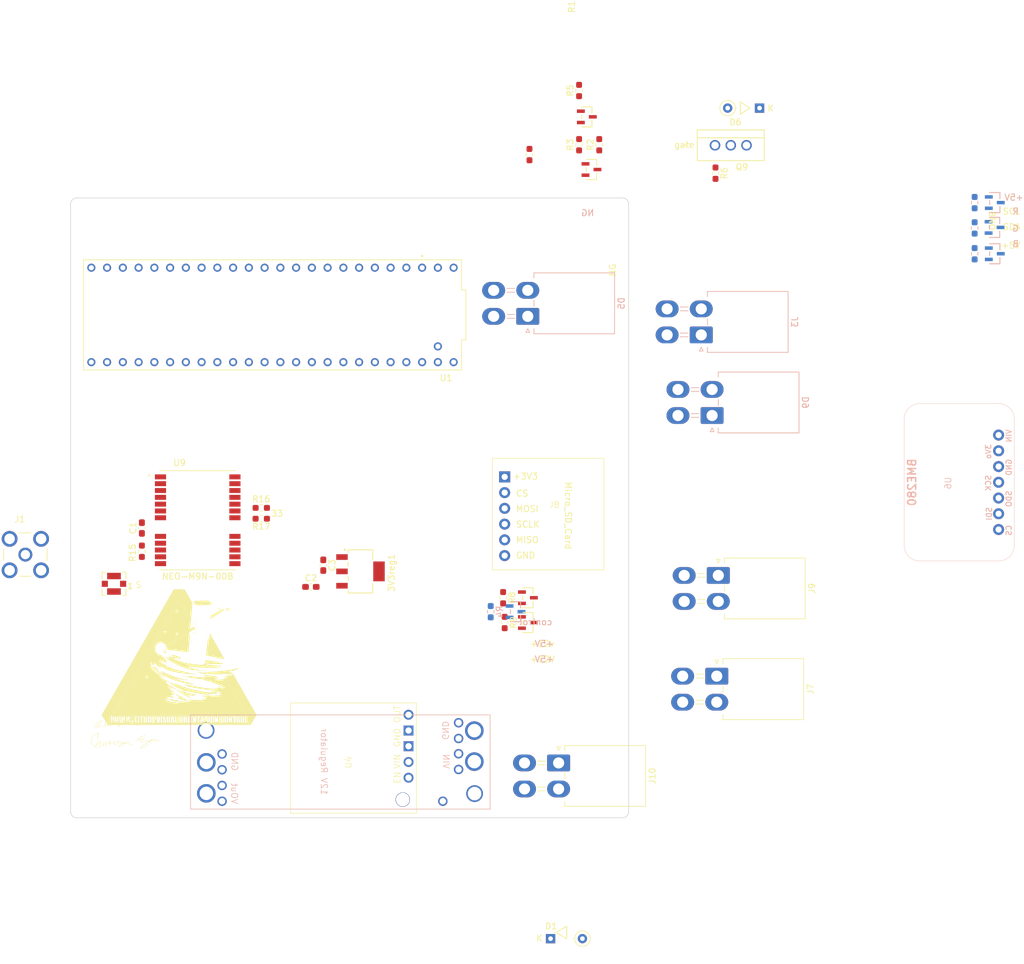
<source format=kicad_pcb>
(kicad_pcb (version 20241229) (generator "pcbnew") (generator_version "9.0")
  (layers (0 "F.Cu" signal) (2 "B.Cu" signal) (13 "F.Paste" user) (15 "B.Paste" user) (5 "F.SilkS" user "F.Silkscreen") (7 "B.SilkS" user "B.Silkscreen") (1 "F.Mask" user) (3 "B.Mask" user) (25 "Edge.Cuts" user))
  (net 0 "")
  (net 1 "GND")
  (net 2 "/VIN")
  (net 3 "/T7")
  (net 4 "/T8")
  (net 5 "/CS")
  (net 6 "/MOSI")
  (net 7 "/MISO")
  (net 8 "/T28")
  (net 9 "/T29")
  (net 10 "/T30")
  (net 11 "/T31")
  (net 12 "/SCL")
  (net 13 "/SDA")
  (net 14 "/T35")
  (net 15 "/T34")
  (net 16 "/T33")
  (net 17 "Net-(J7-Pin_3)")
  (net 18 "Net-(J3-Pin_4)")
  (net 19 "+12V")
  (net 20 "/PWM1")
  (net 21 "/PWM2")
  (net 22 "/red")
  (net 23 "+BATT")
  (net 28 "/SCLK")
  (net 29 "Net-(Q2-D)")
  (net 30 "Net-(AE1-A)")
  (net 31 "Net-(U9-VCC_RF)")
  (net 32 "+3V3")
  (net 33 "Net-(U9-SCL{slash}SPI_CLK)")
  (net 34 "Net-(U9-SDA{slash}SPI_CS_N)")
  (net 50 "+5V")
  (net 51 "Net-(D9-RK)")
  (net 52 "Net-(D9-GK)")
  (net 53 "Net-(D9-BK)")
  (net 54 "Net-(D5-K1)")
  (net 55 "Net-(D1-A)")
  (net 56 "Net-(J10-Pin_2)")
  (net 57 "Net-(J3-Pin_3)")
  (net 58 "/SDN")
  (net 59 "/NG power")
  (net 60 "/green")
  (net 61 "/blue")
  (net 62 "/side_LED")
  (net 63 "/VUSB")
  (footprint "SHC:HAVOC diode" (layer "F.Cu") (at 142.5 32.5 180)
    (property "Reference" "D6" (at 1.27 -2.25566 0) (layer "F.SilkS"))
    (property "Value" "D")
    (fp_text user "K" (at -4.4 -0.05 0) (layer "F.SilkS"))
    (pad "1" thru_hole rect (at -2.6 0 180) (size 1.5 1.5) (drill 0.75) (layers "*.Cu" "*.Mask") (net 2 "/VIN"))
    (pad "2" thru_hole oval (at 2.54 0 180) (size 1.5 1.5) (drill 0.75) (layers "*.Cu" "*.Mask") (net 63 "/VUSB"))
  )
  (footprint "SHC:SOT23_DMG3406_DIO" (layer "F.Cu") (at 107.75 111.5 -90)
    (property "Reference" "Q2" (hide yes))
    (property "Value" "NMOS" (hide yes))
    (pad "1" smd rect (at 0 -0.9652 270) (size 0.5588 1.27) (layers "F.Cu" "F.Mask" "F.Paste") (net 29 "Net-(Q2-D)"))
    (pad "2" smd rect (at -0.914999 0.9652 270) (size 0.5588 1.27) (layers "F.Cu" "F.Mask" "F.Paste") (net 21 "/PWM2"))
    (pad "3" smd rect (at 0.914999 0.9652 270) (size 0.5588 1.27) (layers "F.Cu" "F.Mask" "F.Paste") (net 1 "GND"))
  )
  (footprint "SHC:MODULE_Teensy4-1-H4.0" (layer "F.Cu") (at 67.25 65.75 180)
    (property "Reference" "U1" (at -27.305 -10.295 0) (layer "F.SilkS"))
    (property "Value" "Teensy 4.1 - Microcontroller")
    (pad "0" thru_hole circle (at -25.98 7.5 180) (size 1.308 1.308) (drill 0.8) (layers "*.Cu" "*.Mask") (net 59 "/NG power"))
    (pad "1" thru_hole circle (at -23.44 7.5 180) (size 1.308 1.308) (drill 0.8) (layers "*.Cu" "*.Mask") (net 58 "/SDN"))
    (pad "2" thru_hole circle (at -20.9 7.5 180) (size 1.308 1.308) (drill 0.8) (layers "*.Cu" "*.Mask"))
    (pad "3" thru_hole circle (at -18.36 7.5 180) (size 1.308 1.308) (drill 0.8) (layers "*.Cu" "*.Mask") (net 60 "/green"))
    (pad "3.3V_3" thru_hole circle (at -23.44 -7.74 180) (size 1.308 1.308) (drill 0.8) (layers "*.Cu" "*.Mask"))
    (pad "3.3V_3" thru_hole circle (at 7.04 7.5 180) (size 1.308 1.308) (drill 0.8) (layers "*.Cu" "*.Mask"))
    (pad "4" thru_hole circle (at -15.82 7.5 180) (size 1.308 1.308) (drill 0.8) (layers "*.Cu" "*.Mask"))
    (pad "5" thru_hole circle (at -13.28 7.5 180) (size 1.308 1.308) (drill 0.8) (layers "*.Cu" "*.Mask"))
    (pad "6" thru_hole circle (at -10.74 7.5 180) (size 1.308 1.308) (drill 0.8) (layers "*.Cu" "*.Mask"))
    (pad "7" thru_hole circle (at -8.2 7.5 180) (size 1.308 1.308) (drill 0.8) (layers "*.Cu" "*.Mask") (net 3 "/T7"))
    (pad "8" thru_hole circle (at -5.66 7.5 180) (size 1.308 1.308) (drill 0.8) (layers "*.Cu" "*.Mask") (net 4 "/T8"))
    (pad "9" thru_hole circle (at -3.12 7.5 180) (size 1.308 1.308) (drill 0.8) (layers "*.Cu" "*.Mask"))
    (pad "10" thru_hole circle (at -0.58 7.5 180) (size 1.308 1.308) (drill 0.8) (layers "*.Cu" "*.Mask") (net 5 "/CS"))
    (pad "11" thru_hole circle (at 1.96 7.5 180) (size 1.308 1.308) (drill 0.8) (layers "*.Cu" "*.Mask") (net 6 "/MOSI"))
    (pad "12" thru_hole circle (at 4.5 7.5 180) (size 1.308 1.308) (drill 0.8) (layers "*.Cu" "*.Mask") (net 7 "/MISO"))
    (pad "13" thru_hole circle (at 4.5 -7.74 180) (size 1.308 1.308) (drill 0.8) (layers "*.Cu" "*.Mask") (net 28 "/SCLK"))
    (pad "14" thru_hole circle (at 1.96 -7.74 180) (size 1.308 1.308) (drill 0.8) (layers "*.Cu" "*.Mask") (net 20 "/PWM1"))
    (pad "15" thru_hole circle (at -0.58 -7.74 180) (size 1.308 1.308) (drill 0.8) (layers "*.Cu" "*.Mask") (net 21 "/PWM2"))
    (pad "16" thru_hole circle (at -3.12 -7.74 180) (size 1.308 1.308) (drill 0.8) (layers "*.Cu" "*.Mask") (net 62 "/side_LED"))
    (pad "17" thru_hole circle (at -5.66 -7.74 180) (size 1.308 1.308) (drill 0.8) (layers "*.Cu" "*.Mask"))
    (pad "18" thru_hole circle (at -8.2 -7.74 180) (size 1.308 1.308) (drill 0.8) (layers "*.Cu" "*.Mask") (net 13 "/SDA"))
    (pad "19" thru_hole circle (at -10.74 -7.74 180) (size 1.308 1.308) (drill 0.8) (layers "*.Cu" "*.Mask") (net 12 "/SCL"))
    (pad "20" thru_hole circle (at -13.28 -7.74 180) (size 1.308 1.308) (drill 0.8) (layers "*.Cu" "*.Mask"))
    (pad "21" thru_hole circle (at -15.82 -7.74 180) (size 1.308 1.308) (drill 0.8) (layers "*.Cu" "*.Mask"))
    (pad "22" thru_hole circle (at -18.36 -7.74 180) (size 1.308 1.308) (drill 0.8) (layers "*.Cu" "*.Mask") (net 61 "/blue"))
    (pad "23" thru_hole circle (at -20.9 -7.74 180) (size 1.308 1.308) (drill 0.8) (layers "*.Cu" "*.Mask") (net 22 "/red"))
    (pad "24" thru_hole circle (at 9.58 7.5 180) (size 1.308 1.308) (drill 0.8) (layers "*.Cu" "*.Mask"))
    (pad "25" thru_hole circle (at 12.12 7.5 180) (size 1.308 1.308) (drill 0.8) (layers "*.Cu" "*.Mask"))
    (pad "26" thru_hole circle (at 14.66 7.5 180) (size 1.308 1.308) (drill 0.8) (layers "*.Cu" "*.Mask"))
    (pad "27" thru_hole circle (at 17.2 7.5 180) (size 1.308 1.308) (drill 0.8) (layers "*.Cu" "*.Mask"))
    (pad "28" thru_hole circle (at 19.74 7.5 180) (size 1.308 1.308) (drill 0.8) (layers "*.Cu" "*.Mask") (net 8 "/T28"))
    (pad "29" thru_hole circle (at 22.28 7.5 180) (size 1.308 1.308) (drill 0.8) (layers "*.Cu" "*.Mask") (net 9 "/T29"))
    (pad "30" thru_hole circle (at 24.82 7.5 180) (size 1.308 1.308) (drill 0.8) (layers "*.Cu" "*.Mask") (net 10 "/T30"))
    (pad "31" thru_hole circle (at 27.36 7.5 180) (size 1.308 1.308) (drill 0.8) (layers "*.Cu" "*.Mask") (net 11 "/T31"))
    (pad "32" thru_hole circle (at 29.9 7.5 180) (size 1.308 1.308) (drill 0.8) (layers "*.Cu" "*.Mask"))
    (pad "33" thru_hole circle (at 29.9 -7.74 180) (size 1.308 1.308) (drill 0.8) (layers "*.Cu" "*.Mask") (net 16 "/T33"))
    (pad "34" thru_hole circle (at 27.36 -7.74 180) (size 1.308 1.308) (drill 0.8) (layers "*.Cu" "*.Mask") (net 15 "/T34"))
    (pad "35" thru_hole circle (at 24.82 -7.74 180) (size 1.308 1.308) (drill 0.8) (layers "*.Cu" "*.Mask") (net 14 "/T35"))
    (pad "36" thru_hole circle (at 22.28 -7.74 180) (size 1.308 1.308) (drill 0.8) (layers "*.Cu" "*.Mask"))
    (pad "37" thru_hole circle (at 19.74 -7.74 180) (size 1.308 1.308) (drill 0.8) (layers "*.Cu" "*.Mask"))
    (pad "38" thru_hole circle (at 17.2 -7.74 180) (size 1.308 1.308) (drill 0.8) (layers "*.Cu" "*.Mask"))
    (pad "39" thru_hole circle (at 14.66 -7.74 180) (size 1.308 1.308) (drill 0.8) (layers "*.Cu" "*.Mask"))
    (pad "40" thru_hole circle (at 12.12 -7.74 180) (size 1.308 1.308) (drill 0.8) (layers "*.Cu" "*.Mask"))
    (pad "41" thru_hole circle (at 9.58 -7.74 180) (size 1.308 1.308) (drill 0.8) (layers "*.Cu" "*.Mask"))
    (pad "GND" thru_hole circle (at -28.52 7.5 180) (size 1.308 1.308) (drill 0.8) (layers "*.Cu" "*.Mask") (net 1 "GND"))
    (pad "GND" thru_hole circle (at -25.98 -7.74 180) (size 1.308 1.308) (drill 0.8) (layers "*.Cu" "*.Mask") (net 1 "GND"))
    (pad "GND" thru_hole circle (at 7.04 -7.74 180) (size 1.308 1.308) (drill 0.8) (layers "*.Cu" "*.Mask") (net 1 "GND"))
    (pad "VIN" thru_hole circle (at -28.52 -7.74 180) (size 1.308 1.308) (drill 0.8) (layers "*.Cu" "*.Mask") (net 2 "/VIN"))
    (pad "VUSB" thru_hole circle (at -25.98 -5.2 180) (size 1.308 1.308) (drill 0.8) (layers "*.Cu" "*.Mask") (net 63 "/VUSB"))
  )
  (footprint "Capacitor_SMD:C_0603_1608Metric_Pad1.08x0.95mm_HandSolder" (layer "F.Cu") (at 45.5 100.25 90)
    (property "Reference" "C1" (at 0 -1.43 90) (layer "F.SilkS"))
    (property "Value" "47pF")
    (pad "1" smd roundrect (at -0.8625 0 90) (size 1.075 0.95) (layers "F.Cu" "F.Mask" "F.Paste") (net 31 "Net-(U9-VCC_RF)"))
    (pad "2" smd roundrect (at 0.8625 0 90) (size 1.075 0.95) (layers "F.Cu" "F.Mask" "F.Paste") (net 1 "GND"))
  )
  (footprint "Resistor_SMD:R_0603_1608Metric_Pad0.98x0.95mm_HandSolder" (layer "F.Cu") (at 116 38.4125 90)
    (property "Reference" "R3" (at 0 -1.43 90) (layer "F.SilkS"))
    (property "Value" "10k")
    (pad "1" smd roundrect (at -0.9125 0 90) (size 0.975 0.95) (layers "F.Cu" "F.Mask" "F.Paste") (net 59 "/NG power"))
    (pad "2" smd roundrect (at 0.9125 0 90) (size 0.975 0.95) (layers "F.Cu" "F.Mask" "F.Paste") (net 1 "GND"))
  )
  (footprint "Resistor_SMD:R_0603_1608Metric_Pad0.98x0.95mm_HandSolder" (layer "F.Cu") (at 138 43 -90)
    (property "Reference" "R6" (at 0 -1.43 90) (layer "F.SilkS"))
    (property "Value" "10k")
    (pad "1" smd roundrect (at -0.9125 0 270) (size 0.975 0.95) (layers "F.Cu" "F.Mask" "F.Paste") (net 63 "/VUSB"))
    (pad "2" smd roundrect (at 0.9125 0 270) (size 0.975 0.95) (layers "F.Cu" "F.Mask" "F.Paste") (net 1 "GND"))
  )
  (footprint "SHC:SOT23_DMG3406_DIO" (layer "F.Cu") (at 107.75 115.5 -90)
    (property "Reference" "Q1" (hide yes))
    (property "Value" "NMOS" (hide yes))
    (pad "1" smd rect (at 0 -0.9652 270) (size 0.5588 1.27) (layers "F.Cu" "F.Mask" "F.Paste") (net 17 "Net-(J7-Pin_3)"))
    (pad "2" smd rect (at -0.914999 0.9652 270) (size 0.5588 1.27) (layers "F.Cu" "F.Mask" "F.Paste") (net 20 "/PWM1"))
    (pad "3" smd rect (at 0.914999 0.9652 270) (size 0.5588 1.27) (layers "F.Cu" "F.Mask" "F.Paste") (net 1 "GND"))
  )
  (footprint "Resistor_SMD:R_0603_1608Metric_Pad0.98x0.95mm_HandSolder" (layer "F.Cu") (at 64.75 97)
    (property "Reference" "R16" (at 0 -1.43 0) (layer "F.SilkS"))
    (property "Value" "33")
    (pad "1" smd roundrect (at -0.9125 0) (size 0.975 0.95) (layers "F.Cu" "F.Mask" "F.Paste") (net 33 "Net-(U9-SCL{slash}SPI_CLK)"))
    (pad "2" smd roundrect (at 0.9125 0) (size 0.975 0.95) (layers "F.Cu" "F.Mask" "F.Paste") (net 12 "/SCL"))
  )
  (footprint "SHC:AMPHENOL_132134_SMA" (layer "F.Cu") (at 26.71 104.54)
    (property "Reference" "J1" (at -0.89 -5.7 0) (layer "F.SilkS"))
    (property "Value" "132134")
    (pad "1" thru_hole circle (at 0 0) (size 2.25 2.25) (drill 1.5) (layers "*.Cu" "*.Mask") (net 30 "Net-(AE1-A)"))
    (pad "G1" thru_hole circle (at -2.54 -2.54) (size 2.55 2.55) (drill 1.7) (layers "*.Cu" "*.Mask") (net 1 "GND"))
    (pad "G2" thru_hole circle (at 2.54 -2.54) (size 2.55 2.55) (drill 1.7) (layers "*.Cu" "*.Mask") (net 1 "GND"))
    (pad "G3" thru_hole circle (at -2.54 2.54) (size 2.55 2.55) (drill 1.7) (layers "*.Cu" "*.Mask") (net 1 "GND"))
    (pad "G4" thru_hole circle (at 2.54 2.54) (size 2.55 2.55) (drill 1.7) (layers "*.Cu" "*.Mask") (net 1 "GND"))
  )
  (footprint "SHC:antennaufl" (layer "F.Cu") (at 41 109.25 180)
    (property "Reference" "AE1" (hide yes))
    (property "Value" "Antenna_Shield")
    (fp_text user "*" (at -2.6053 -0.381 0) (layer "F.SilkS"))
    (fp_text user "*" (at -2.6053 -0.381 180) (layer "F.SilkS"))
    (fp_text user "S" (at -4.5 0.5 180) (layer "F.SilkS") (effects (font (thickness 0.1)) (justify left bottom)))
    (pad "1" smd rect (at -1.475001 0 270) (size 0.9906 0.9906) (layers "F.Cu" "F.Mask" "F.Paste") (net 30 "Net-(AE1-A)"))
    (pad "2" smd rect (at 0 -1.25 180) (size 2.2098 1.0414) (layers "F.Cu" "F.Mask" "F.Paste") (net 1 "GND"))
    (pad "2" smd rect (at 0 1.25 180) (size 2.2098 1.0414) (layers "F.Cu" "F.Mask" "F.Paste") (net 1 "GND"))
    (pad "2" smd rect (at 1.475001 0 270) (size 0.9906 0.9906) (layers "F.Cu" "F.Mask" "F.Paste") (net 1 "GND"))
  )
  (footprint "SHC:SOT23_DMG3406_DIO" (layer "F.Cu") (at 117.25 33.9125 -90)
    (property "Reference" "Q7" (hide yes))
    (property "Value" "NMOS" (hide yes))
    (pad "1" smd rect (at 0 -0.9652 270) (size 0.5588 1.27) (layers "F.Cu" "F.Mask" "F.Paste") (net 18 "Net-(J3-Pin_4)"))
    (pad "2" smd rect (at -0.914999 0.9652 270) (size 0.5588 1.27) (layers "F.Cu" "F.Mask" "F.Paste") (net 58 "/SDN"))
    (pad "3" smd rect (at 0.914999 0.9652 270) (size 0.5588 1.27) (layers "F.Cu" "F.Mask" "F.Paste") (net 1 "GND"))
  )
  (footprint "Resistor_SMD:R_0603_1608Metric_Pad0.98x0.95mm_HandSolder" (layer "F.Cu") (at 119.25 38.4125 90)
    (property "Reference" "R2" (at 0 -1.43 90) (layer "F.SilkS"))
    (property "Value" "R")
    (pad "1" smd roundrect (at -0.9125 0 90) (size 0.975 0.95) (layers "F.Cu" "F.Mask" "F.Paste") (net 32 "+3V3"))
    (pad "2" smd roundrect (at 0.9125 0 90) (size 0.975 0.95) (layers "F.Cu" "F.Mask" "F.Paste") (net 18 "Net-(J3-Pin_4)"))
  )
  (footprint "SHC:HAVOC diode" (layer "F.Cu") (at 114 166.5)
    (property "Reference" "D1" (at -2.5 -2 0) (layer "F.SilkS"))
    (property "Value" "10A Diode")
    (fp_text user "K" (at -4.4 -0.05 0) (layer "F.SilkS"))
    (pad "1" thru_hole rect (at -2.6 0) (size 1.5 1.5) (drill 0.75) (layers "*.Cu" "*.Mask") (net 23 "+BATT"))
    (pad "2" thru_hole oval (at 2.54 0) (size 1.5 1.5) (drill 0.75) (layers "*.Cu" "*.Mask") (net 55 "Net-(D1-A)"))
  )
  (footprint "Resistor_SMD:R_0603_1608Metric_Pad0.98x0.95mm_HandSolder" (layer "F.Cu") (at 116 29.6625 90)
    (property "Reference" "R5" (at 0 -1.43 90) (layer "F.SilkS"))
    (property "Value" "10k")
    (pad "1" smd roundrect (at -0.9125 0 90) (size 0.975 0.95) (layers "F.Cu" "F.Mask" "F.Paste") (net 58 "/SDN"))
    (pad "2" smd roundrect (at 0.9125 0 90) (size 0.975 0.95) (layers "F.Cu" "F.Mask" "F.Paste") (net 1 "GND"))
  )
  (footprint "Resistor_SMD:R_0603_1608Metric_Pad0.98x0.95mm_HandSolder" (layer "F.Cu") (at 103.75049 111.494737 -90)
    (property "Reference" "R8" (at 0 -1.43 90) (layer "F.SilkS"))
    (property "Value" "10k")
    (pad "1" smd roundrect (at -0.9125 0 270) (size 0.975 0.95) (layers "F.Cu" "F.Mask" "F.Paste") (net 21 "/PWM2"))
    (pad "2" smd roundrect (at 0.9125 0 270) (size 0.975 0.95) (layers "F.Cu" "F.Mask" "F.Paste") (net 1 "GND"))
  )
  (footprint "Resistor_SMD:R_0603_1608Metric_Pad0.98x0.95mm_HandSolder" (layer "F.Cu") (at 108 40 90)
    (property "Reference" "R1" (at 23.8375 6.82 90) (layer "F.SilkS"))
    (property "Value" "R")
    (pad "1" smd roundrect (at -0.9125 0 90) (size 0.975 0.95) (layers "F.Cu" "F.Mask" "F.Paste") (net 32 "+3V3"))
    (pad "2" smd roundrect (at 0.9125 0 90) (size 0.975 0.95) (layers "F.Cu" "F.Mask" "F.Paste") (net 57 "Net-(J3-Pin_3)"))
  )
  (footprint "Capacitor_SMD:C_0603_1608Metric_Pad1.08x0.95mm_HandSolder" (layer "F.Cu") (at 72.75 109.75)
    (property "Reference" "C2" (at 0 -1.43 0) (layer "F.SilkS"))
    (property "Value" "10uF")
    (pad "1" smd roundrect (at -0.8625 0) (size 1.075 0.95) (layers "F.Cu" "F.Mask" "F.Paste") (net 1 "GND"))
    (pad "2" smd roundrect (at 0.8625 0) (size 1.075 0.95) (layers "F.Cu" "F.Mask" "F.Paste") (net 50 "+5V"))
  )
  (footprint "LOGO" (layer "F.Cu") (at 44.812613 144.496671)
    (property "Reference" "G***" (hide yes))
    (property "Value" "LOGO" (hide yes))
  )
  (footprint "MountingHole:MountingHole_3.2mm_M3" (layer "F.Cu") (at 38.5 142.5)
    (property "Reference" "REF**" (hide yes))
    (property "Value" "MountingHole_3.2mm_M3" (hide yes))
    (pad "" np_thru_hole circle (at 0 0) (size 3.2 3.2) (drill 3.2) (layers "*.Cu" "*.Mask"))
  )
  (footprint "SHC:SOT23_DMG3406_DIO" (layer "F.Cu") (at 118 42.4125 -90)
    (property "Reference" "Q8" (hide yes))
    (property "Value" "NMOS" (hide yes))
    (pad "1" smd rect (at 0 -0.9652 270) (size 0.5588 1.27) (layers "F.Cu" "F.Mask" "F.Paste") (net 57 "Net-(J3-Pin_3)"))
    (pad "2" smd rect (at -0.914999 0.9652 270) (size 0.5588 1.27) (layers "F.Cu" "F.Mask" "F.Paste") (net 59 "/NG power"))
    (pad "3" smd rect (at 0.914999 0.9652 270) (size 0.5588 1.27) (layers "F.Cu" "F.Mask" "F.Paste") (net 1 "GND"))
  )
  (footprint "Resistor_SMD:R_0603_1608Metric_Pad0.98x0.95mm_HandSolder" (layer "F.Cu") (at 64.75 98.75)
    (property "Reference" "R17" (at 0 1.25 0) (layer "F.SilkS"))
    (property "Value" "33")
    (pad "1" smd roundrect (at -0.9125 0) (size 0.975 0.95) (layers "F.Cu" "F.Mask" "F.Paste") (net 34 "Net-(U9-SDA{slash}SPI_CS_N)"))
    (pad "2" smd roundrect (at 0.9125 0) (size 0.975 0.95) (layers "F.Cu" "F.Mask" "F.Paste") (net 13 "/SDA"))
  )
  (footprint "Connector_Molex:Molex_Mini-Fit_Jr_5569-04A2_2x02_P4.20mm_Horizontal" (layer "F.Cu") (at 138.2 124.15 -90)
    (property "Reference" "J7" (at 2.1 -15.1 270) (layer "F.SilkS"))
    (property "Value" "solenoid")
    (pad "" np_thru_hole circle (at 2.1 -7.3 270) (size 3 3) (drill 3) (layers "*.Cu" "*.Mask"))
    (pad "1" thru_hole roundrect (at 0 0 270) (size 2.7 3.7) (drill 1.8) (layers "*.Cu" "*.Mask") (roundrect_rratio 0.092593) (net 19 "+12V"))
    (pad "2" thru_hole oval (at 4.2 0 270) (size 2.7 3.7) (drill 1.8) (layers "*.Cu" "*.Mask") (net 19 "+12V"))
    (pad "3" thru_hole oval (at 0 5.5 270) (size 2.7 3.7) (drill 1.8) (layers "*.Cu" "*.Mask") (net 17 "Net-(J7-Pin_3)"))
    (pad "4" thru_hole oval (at 4.2 5.5 270) (size 2.7 3.7) (drill 1.8) (layers "*.Cu" "*.Mask") (net 29 "Net-(Q2-D)"))
  )
  (footprint "SHC:SPI_SD" (layer "F.Cu") (at 112 97)
    (property "Reference" "J8" (at 0 -0.5 0) (layer "F.SilkS") (effects (font (thickness 0.1))))
    (property "Value" "Micro_SD_Card" (at 2.25 1.25 270) (layer "F.SilkS"))
    (pad "2" thru_hole circle (at -8 -2.46 180) (size 1.778 1.778) (drill 1) (layers "*.Cu" "*.Mask") (net 5 "/CS"))
    (pad "3" thru_hole circle (at -8 0.08 180) (size 1.778 1.778) (drill 1) (layers "*.Cu" "*.Mask") (net 6 "/MOSI"))
    (pad "4" thru_hole rect (at -8 -5 180) (size 1.778 1.778) (drill 1) (layers "*.Cu" "*.Mask") (net 32 "+3V3"))
    (pad "5" thru_hole circle (at -8 2.62 180) (size 1.778 1.778) (drill 1) (layers "*.Cu" "*.Mask") (net 28 "/SCLK"))
    (pad "6" thru_hole circle (at -8 7.7 180) (size 1.778 1.778) (drill 1) (layers "*.Cu" "*.Mask") (net 1 "GND"))
    (pad "7" thru_hole circle (at -8 5.16 180) (size 1.778 1.778) (drill 1) (layers "*.Cu" "*.Mask") (net 7 "/MISO"))
  )
  (footprint "LOGO" (layer "F.Cu") (at 45.75 142.75)
    (property "Reference" "G***" (hide yes))
    (property "Value" "LOGO" (hide yes))
  )
  (footprint "Connector_Molex:Molex_Mini-Fit_Jr_5569-04A2_2x02_P4.20mm_Horizontal" (layer "F.Cu") (at 138.45 107.9 -90)
    (property "Reference" "J9" (at 2.1 -15.1 270) (layer "F.SilkS"))
    (property "Value" "BNO")
    (pad "" np_thru_hole circle (at 2.1 -7.3 270) (size 3 3) (drill 3) (layers "*.Cu" "*.Mask"))
    (pad "1" thru_hole roundrect (at 0 0 270) (size 2.7 3.7) (drill 1.8) (layers "*.Cu" "*.Mask") (roundrect_rratio 0.092593) (net 50 "+5V"))
    (pad "2" thru_hole oval (at 4.2 0 270) (size 2.7 3.7) (drill 1.8) (layers "*.Cu" "*.Mask") (net 13 "/SDA"))
    (pad "3" thru_hole oval (at 0 5.5 270) (size 2.7 3.7) (drill 1.8) (layers "*.Cu" "*.Mask") (net 12 "/SCL"))
    (pad "4" thru_hole oval (at 4.2 5.5 270) (size 2.7 3.7) (drill 1.8) (layers "*.Cu" "*.Mask") (net 1 "GND"))
  )
  (footprint "Resistor_SMD:R_0603_1608Metric_Pad0.98x0.95mm_HandSolder" (layer "F.Cu") (at 104 115.5 -90)
    (property "Reference" "R9" (at 0 -1.43 90) (layer "F.SilkS"))
    (property "Value" "10k")
    (pad "1" smd roundrect (at -0.9125 0 270) (size 0.975 0.95) (layers "F.Cu" "F.Mask" "F.Paste") (net 20 "/PWM1"))
    (pad "2" smd roundrect (at 0.9125 0 270) (size 0.975 0.95) (layers "F.Cu" "F.Mask" "F.Paste") (net 1 "GND"))
  )
  (footprint "MountingHole:MountingHole_3.2mm_M3" (layer "F.Cu") (at 38.5 51.5)
    (property "Reference" "REF**" (hide yes))
    (property "Value" "MountingHole_3.2mm_M3" (hide yes))
    (pad "" np_thru_hole circle (at 0 0) (size 3.2 3.2) (drill 3.2) (layers "*.Cu" "*.Mask"))
  )
  (footprint "LOGO" (layer "F.Cu") (at 51.5 121.5)
    (property "Reference" "G***" (hide yes))
    (property "Value" "LOGO" (hide yes))
  )
  (footprint "SHC:TO-220AB_LTO" (layer "F.Cu") (at 137.92 38.5)
    (property "Reference" "Q9" (at 4.33 3.5 0) (layer "F.SilkS"))
    (property "Value" "PMOS")
    (pad "1" thru_hole circle (at 2.54 0) (size 1.7018 1.7018) (drill 1.1938) (layers "*.Cu" "*.Mask") (net 2 "/VIN"))
    (pad "2" thru_hole circle (at 0 0) (size 1.7018 1.7018) (drill 1.1938) (layers "*.Cu" "*.Mask") (net 63 "/VUSB"))
    (pad "3" thru_hole circle (at 5.08 0) (size 1.7018 1.7018) (drill 1.1938) (layers "*.Cu" "*.Mask") (net 50 "+5V"))
  )
  (footprint "SHC:Pololu 5v Reg" (layer "F.Cu") (at 79.47 138.57 90)
    (property "Reference" "U4" (at 0.51 -0.67 90) (layer "F.SilkS") (effects (font (thickness 0.1))))
    (property "Value" "D24V50F5" (hide yes))
    (fp_text user "GND" (at 2.91 7.78 90) (layer "F.SilkS") (effects (font (thickness 0.1)) (justify left bottom)))
    (fp_text user "VIN" (at -0.6 7.76 90) (layer "F.SilkS") (effects (font (thickness 0.1)) (justify left bottom)))
    (fp_text user "OUT" (at 6.81 7.79 90) (layer "F.SilkS") (effects (font (thickness 0.1)) (justify left bottom)))
    (fp_text user "EN" (at -3 7.8 90) (layer "F.SilkS") (effects (font (thickness 0.1)) (justify left bottom)))
    (pad "" np_thru_hole circle (at -5.5 8.1 92.2) (size 2.3 2.3) (drill 2.18) (layers "*.Cu" "*.Mask"))
    (pad "1" thru_hole rect (at 3.11 9.03 90) (size 1.6 1.6) (drill 1.02) (layers "*.Cu" "*.Mask") (net 1 "GND"))
    (pad "1" thru_hole rect (at 5.65 9.03 90) (size 1.6 1.6) (drill 1.02) (layers "*.Cu" "*.Mask") (net 1 "GND"))
    (pad "2" thru_hole circle (at 8.19 9.03 90) (size 1.6 1.6) (drill 1.02) (layers "*.Cu" "*.Mask") (net 50 "+5V"))
    (pad "3" thru_hole circle (at 0.57 9.03 270) (size 1.6 1.6) (drill 1.02) (layers "*.Cu" "*.Mask") (net 23 "+BATT"))
    (pad "4" thru_hole circle (at -1.97 9.03 270) (size 1.6 1.6) (drill 1.02) (layers "*.Cu" "*.Mask"))
  )
  (footprint "Capacitor_SMD:C_0603_1608Metric_Pad1.08x0.95mm_HandSolder" (layer "F.Cu") (at 74.75 106.25 -90)
    (property "Reference" "C3" (at 0 -1.43 90) (layer "F.SilkS"))
    (property "Value" "22uF")
    (pad "1" smd roundrect (at -0.8625 0 270) (size 1.075 0.95) (layers "F.Cu" "F.Mask" "F.Paste") (net 1 "GND"))
    (pad "2" smd roundrect (at 0.8625 0 270) (size 1.075 0.95) (layers "F.Cu" "F.Mask" "F.Paste") (net 32 "+3V3"))
  )
  (footprint "Connector_Molex:Molex_Mini-Fit_Jr_5569-04A2_2x02_P4.20mm_Horizontal" (layer "F.Cu") (at 112.7 138.15 -90)
    (property "Reference" "J10" (at 2.1 -15.1 90) (layer "F.SilkS"))
    (property "Value" "BATT/switch")
    (pad "" np_thru_hole circle (at 2.1 -7.3 270) (size 3 3) (drill 3) (layers "*.Cu" "*.Mask"))
    (pad "1" thru_hole roundrect (at 0 0 270) (size 2.7 3.7) (drill 1.8) (layers "*.Cu" "*.Mask") (roundrect_rratio 0.092593) (net 55 "Net-(D1-A)"))
    (pad "2" thru_hole oval (at 4.2 0 270) (size 2.7 3.7) (drill 1.8) (layers "*.Cu" "*.Mask") (net 56 "Net-(J10-Pin_2)"))
    (pad "3" thru_hole oval (at 0 5.5 270) (size 2.7 3.7) (drill 1.8) (layers "*.Cu" "*.Mask") (net 56 "Net-(J10-Pin_2)"))
    (pad "4" thru_hole oval (at 4.2 5.5 270) (size 2.7 3.7) (drill 1.8) (layers "*.Cu" "*.Mask") (net 1 "GND"))
  )
  (footprint "Resistor_SMD:R_0603_1608Metric_Pad0.98x0.95mm_HandSolder" (layer "F.Cu") (at 45.5 104 -90)
    (property "Reference" "R15" (at 0.25 1.5 90) (layer "F.SilkS"))
    (property "Value" "10Ω")
    (pad "1" smd roundrect (at -0.9125 0 270) (size 0.975 0.95) (layers "F.Cu" "F.Mask" "F.Paste") (net 31 "Net-(U9-VCC_RF)"))
    (pad "2" smd roundrect (at 0.9125 0 270) (size 0.975 0.95) (layers "F.Cu" "F.Mask" "F.Paste") (net 30 "Net-(AE1-A)"))
  )
  (footprint "SHC:XCVR_NEO-M9N-00B" (layer "F.Cu") (at 54.5 99)
    (property "Reference" "U9" (at -2.935 -9.265 0) (layer "F.SilkS"))
    (property "Value" "NEO-M9N-00B" (at 0 9.055 0) (layer "F.SilkS"))
    (pad "1" smd rect (at -6 -7) (size 1.8 0.8) (layers "F.Cu" "F.Mask"))
    (pad "2" smd rect (at -6 -5.9) (size 1.8 0.8) (layers "F.Cu" "F.Mask"))
    (pad "3" smd rect (at -6 -4.8) (size 1.8 0.8) (layers "F.Cu" "F.Mask"))
    (pad "4" smd rect (at -6 -3.7) (size 1.8 0.8) (layers "F.Cu" "F.Mask"))
    (pad "5" smd rect (at -6 -2.6) (size 1.8 0.8) (layers "F.Cu" "F.Mask"))
    (pad "6" smd rect (at -6 -1.5) (size 1.8 0.8) (layers "F.Cu" "F.Mask"))
    (pad "7" smd rect (at -6 -0.4) (size 1.8 0.8) (layers "F.Cu" "F.Mask"))
    (pad "8" smd rect (at -6 2.6) (size 1.8 0.8) (layers "F.Cu" "F.Mask"))
    (pad "9" smd rect (at -6 3.7) (size 1.8 0.8) (layers "F.Cu" "F.Mask") (net 31 "Net-(U9-VCC_RF)"))
    (pad "10" smd rect (at -6 4.8) (size 1.8 0.8) (layers "F.Cu" "F.Mask") (net 1 "GND"))
    (pad "11" smd rect (at -6 5.9) (size 1.8 0.8) (layers "F.Cu" "F.Mask") (net 30 "Net-(AE1-A)"))
    (pad "12" smd rect (at -6 7) (size 1.8 0.8) (layers "F.Cu" "F.Mask") (net 1 "GND"))
    (pad "13" smd rect (at 6 7) (size 1.8 0.8) (layers "F.Cu" "F.Mask") (net 1 "GND"))
    (pad "14" smd rect (at 6 5.9) (size 1.8 0.8) (layers "F.Cu" "F.Mask"))
    (pad "15" smd rect (at 6 4.8) (size 1.8 0.8) (layers "F.Cu" "F.Mask"))
    (pad "16" smd rect (at 6 3.7) (size 1.8 0.8) (layers "F.Cu" "F.Mask"))
    (pad "17" smd rect (at 6 2.6) (size 1.8 0.8) (layers "F.Cu" "F.Mask"))
    (pad "18" smd rect (at 6 -0.4) (size 1.8 0.8) (layers "F.Cu" "F.Mask") (net 34 "Net-(U9-SDA{slash}SPI_CS_N)"))
    (pad "19" smd rect (at 6 -1.5) (size 1.8 0.8) (layers "F.Cu" "F.Mask") (net 33 "Net-(U9-SCL{slash}SPI_CLK)"))
    (pad "20" smd rect (at 6 -2.6) (size 1.8 0.8) (layers "F.Cu" "F.Mask"))
    (pad "21" smd rect (at 6 -3.7) (size 1.8 0.8) (layers "F.Cu" "F.Mask"))
    (pad "22" smd rect (at 6 -4.8) (size 1.8 0.8) (layers "F.Cu" "F.Mask"))
    (pad "23" smd rect (at 6 -5.9) (size 1.8 0.8) (layers "F.Cu" "F.Mask") (net 32 "+3V3"))
    (pad "24" smd rect (at 6 -7) (size 1.8 0.8) (layers "F.Cu" "F.Mask") (net 1 "GND"))
  )
  (footprint "SHC:SOT223-5_DIO-M" (layer "F.Cu") (at 80.75 107.25 -90)
    (property "Reference" "3V3reg1" (at 0.25 -5 90) (layer "F.SilkS"))
    (property "Value" "~")
    (pad "1" smd rect (at -2.3114 2.9845 270) (size 0.9144 1.8542) (layers "F.Cu" "F.Mask" "F.Paste") (net 1 "GND"))
    (pad "2" smd rect (at 0 2.9845 270) (size 0.9144 1.8542) (layers "F.Cu" "F.Mask" "F.Paste") (net 32 "+3V3"))
    (pad "3" smd rect (at 2.3114 2.9845 270) (size 0.9144 1.8542) (layers "F.Cu" "F.Mask" "F.Paste") (net 50 "+5V"))
    (pad "4" smd rect (at 0 -2.9845 270) (size 3.2004 1.8542) (layers "F.Cu" "F.Mask" "F.Paste"))
  )
  (footprint "Resistor_SMD:R_0603_1608Metric_Pad0.98x0.95mm_HandSolder" (layer "B.Cu") (at 179.7848 51.8375 90)
    (property "Reference" "R11" (hide yes))
    (property "Value" "10k")
    (pad "1" smd roundrect (at -0.9125 0 90) (size 0.975 0.95) (layers "B.Cu" "B.Mask" "B.Paste") (net 60 "/green"))
    (pad "2" smd roundrect (at 0.9125 0 90) (size 0.975 0.95) (layers "B.Cu" "B.Mask" "B.Paste") (net 1 "GND"))
  )
  (footprint "Connector_Molex:Molex_Mini-Fit_Jr_5569-04A2_2x02_P4.20mm_Horizontal" (layer "B.Cu") (at 107.725 66.1 90)
    (property "Reference" "D5" (at 2.1 15.1 270) (layer "B.SilkS") (effects (justify mirror)))
    (property "Value" "LED_Dual_AAKK")
    (pad "" np_thru_hole circle (at 2.1 7.3 90) (size 3 3) (drill 3) (layers "*.Cu" "*.Mask"))
    (pad "1" thru_hole roundrect (at 0 0 90) (size 2.7 3.7) (drill 1.8) (layers "*.Cu" "*.Mask") (roundrect_rratio 0.092593) (net 54 "Net-(D5-K1)"))
    (pad "2" thru_hole oval (at 4.2 0 90) (size 2.7 3.7) (drill 1.8) (layers "*.Cu" "*.Mask") (net 54 "Net-(D5-K1)"))
    (pad "3" thru_hole oval (at 0 -5.5 90) (size 2.7 3.7) (drill 1.8) (layers "*.Cu" "*.Mask") (net 50 "+5V"))
    (pad "4" thru_hole oval (at 4.2 -5.5 90) (size 2.7 3.7) (drill 1.8) (layers "*.Cu" "*.Mask") (net 50 "+5V"))
  )
  (footprint "SHC:SOT23_DMG3406_DIO" (layer "B.Cu") (at 183.0348 56 90)
    (property "Reference" "Q5" (hide yes))
    (property "Value" "NMOS" (hide yes))
    (pad "1" smd rect (at 0 0.9652 90) (size 0.5588 1.27) (layers "B.Cu" "B.Mask" "B.Paste") (net 53 "Net-(D9-BK)"))
    (pad "2" smd rect (at -0.914999 -0.9652 90) (size 0.5588 1.27) (layers "B.Cu" "B.Mask" "B.Paste") (net 61 "/blue"))
    (pad "3" smd rect (at 0.914999 -0.9652 90) (size 0.5588 1.27) (layers "B.Cu" "B.Mask" "B.Paste") (net 1 "GND"))
  )
  (footprint "SHC:BME280" (layer "B.Cu") (at 176 93 -90)
    (property "Reference" "U6" (at 0 0.5 90) (layer "B.SilkS") (effects (font (thickness 0.1)) (justify mirror)))
    (property "Value" "BME280")
    (fp_text user "BME280" (at -0.127 6.319 90) (layer "B.SilkS") (effects (font (size 1.2954 1.2954) (thickness 0.2286)) (justify mirror)))
    (fp_text user "CS" (at 7.62 -9.302 90) (layer "B.SilkS") (effects (font (size 0.87376 0.87376) (thickness 0.14224)) (justify mirror)))
    (fp_text user "SCK" (at 0 -6 90) (layer "B.SilkS") (effects (font (size 0.87376 0.87376) (thickness 0.14224)) (justify mirror)))
    (fp_text user "SDO" (at 2.54 -9.302 90) (layer "B.SilkS") (effects (font (size 0.87376 0.87376) (thickness 0.14224)) (justify mirror)))
    (fp_text user "GND" (at -2.54 -9.302 90) (layer "B.SilkS") (effects (font (size 0.87376 0.87376) (thickness 0.14224)) (justify mirror)))
    (fp_text user "VIN" (at -7.62 -9.302 90) (layer "B.SilkS") (effects (font (size 0.87376 0.87376) (thickness 0.14224)) (justify mirror)))
    (fp_text user "SDI" (at 4.953 -6.127 90) (layer "B.SilkS") (effects (font (size 0.87376 0.87376) (thickness 0.14224)) (justify mirror)))
    (fp_text user "3Vo" (at -5.08 -6 90) (layer "B.SilkS") (effects (font (size 0.87376 0.87376) (thickness 0.14224)) (justify mirror)))
    (pad "1" thru_hole circle (at -7.747 -7.651 180) (size 1.778 1.778) (drill 1) (layers "*.Cu" "*.Mask") (net 50 "+5V"))
    (pad "2" thru_hole circle (at -5.207 -7.651 180) (size 1.778 1.778) (drill 1) (layers "*.Cu" "*.Mask"))
    (pad "3" thru_hole circle (at -2.667 -7.651 180) (size 1.778 1.778) (drill 1) (layers "*.Cu" "*.Mask") (net 1 "GND"))
    (pad "4" thru_hole circle (at -0.127 -7.651 180) (size 1.778 1.778) (drill 1) (layers "*.Cu" "*.Mask") (net 12 "/SCL"))
    (pad "5" thru_hole circle (at 2.413 -7.651 180) (size 1.778 1.778) (drill 1) (layers "*.Cu" "*.Mask"))
    (pad "6" thru_hole circle (at 4.953 -7.651 180) (size 1.778 1.778) (drill 1) (layers "*.Cu" "*.Mask") (net 13 "/SDA"))
    (pad "7" thru_hole circle (at 7.493 -7.651 180) (size 1.778 1.778) (drill 1) (layers "*.Cu" "*.Mask"))
  )
  (footprint "Connector_Molex:Molex_Mini-Fit_Jr_5569-04A2_2x02_P4.20mm_Horizontal" (layer "B.Cu") (at 135.7 69.1 90)
    (property "Reference" "J3" (at 2.1 15.1 270) (layer "B.SilkS") (effects (justify mirror)))
    (property "Value" "NG")
    (pad "" np_thru_hole circle (at 2.1 7.3 90) (size 3 3) (drill 3) (layers "*.Cu" "*.Mask"))
    (pad "1" thru_hole roundrect (at 0 0 90) (size 2.7 3.7) (drill 1.8) (layers "*.Cu" "*.Mask") (roundrect_rratio 0.092593) (net 1 "GND"))
    (pad "2" thru_hole oval (at 4.2 0 90) (size 2.7 3.7) (drill 1.8) (layers "*.Cu" "*.Mask") (net 1 "GND"))
    (pad "3" thru_hole oval (at 0 -5.5 90) (size 2.7 3.7) (drill 1.8) (layers "*.Cu" "*.Mask") (net 57 "Net-(J3-Pin_3)"))
    (pad "4" thru_hole oval (at 4.2 -5.5 90) (size 2.7 3.7) (drill 1.8) (layers "*.Cu" "*.Mask") (net 18 "Net-(J3-Pin_4)"))
  )
  (footprint "Resistor_SMD:R_0603_1608Metric_Pad0.98x0.95mm_HandSolder" (layer "B.Cu") (at 179.7848 56 90)
    (property "Reference" "R13" (hide yes))
    (property "Value" "10k")
    (pad "1" smd roundrect (at -0.9125 0 90) (size 0.975 0.95) (layers "B.Cu" "B.Mask" "B.Paste") (net 61 "/blue"))
    (pad "2" smd roundrect (at 0.9125 0 90) (size 0.975 0.95) (layers "B.Cu" "B.Mask" "B.Paste") (net 1 "GND"))
  )
  (footprint "SHC:SOT23_DMG3406_DIO" (layer "B.Cu") (at 105.75 113.75 90)
    (property "Reference" "Q6" (hide yes))
    (property "Value" "NMOS" (hide yes))
    (pad "1" smd rect (at 0 0.9652 90) (size 0.5588 1.27) (layers "B.Cu" "B.Mask" "B.Paste") (net 54 "Net-(D5-K1)"))
    (pad "2" smd rect (at -0.914999 -0.9652 90) (size 0.5588 1.27) (layers "B.Cu" "B.Mask" "B.Paste") (net 62 "/side_LED"))
    (pad "3" smd rect (at 0.914999 -0.9652 90) (size 0.5588 1.27) (layers "B.Cu" "B.Mask" "B.Paste") (net 1 "GND"))
  )
  (footprint "Resistor_SMD:R_0603_1608Metric_Pad0.98x0.95mm_HandSolder" (layer "B.Cu") (at 179.7848 47.75 90)
    (property "Reference" "R10" (hide yes))
    (property "Value" "10k")
    (pad "1" smd roundrect (at -0.9125 0 90) (size 0.975 0.95) (layers "B.Cu" "B.Mask" "B.Paste") (net 22 "/red"))
    (pad "2" smd roundrect (at 0.9125 0 90) (size 0.975 0.95) (layers "B.Cu" "B.Mask" "B.Paste") (net 1 "GND"))
  )
  (footprint "SHC:U3V50F12_12V_REG" (layer "B.Cu") (at 74.65 137.9 90)
    (property "Reference" "U3" (hide yes))
    (property "Value" "U3V50F12" (hide yes))
    (fp_text user "GND" (at 3.4 19.19 270) (layer "B.SilkS") (effects (font (thickness 0.1)) (justify left bottom mirror)))
    (fp_text user "VOut" (at -6.96 -14.81 270) (layer "B.SilkS") (effects (font (thickness 0.1)) (justify left bottom mirror)))
    (fp_text user "12V Regulator" (at -5.48 -0.36 270) (layer "B.SilkS") (effects (font (thickness 0.1)) (justify left bottom mirror)))
    (fp_text user "VIN" (at -1.26 19.32 270) (layer "B.SilkS") (effects (font (thickness 0.1)) (justify left bottom mirror)))
    (fp_text user "GND" (at -1.6 -14.79 270) (layer "B.SilkS") (effects (font (thickness 0.1)) (justify left bottom mirror)))
    (pad "" np_thru_hole circle (at -5.2 24.5 270) (size 2.7 2.7) (drill 2.18) (layers "*.Cu" "*.Mask"))
    (pad "" np_thru_hole circle (at 5 -18.8 90) (size 2.7 2.7) (drill 2.18) (layers "*.Cu" "*.Mask"))
    (pad "1" thru_hole circle (at -1.31 21.92 270) (size 1.52 1.52) (drill 1.02) (layers "*.Cu" "*.Mask") (net 23 "+BATT"))
    (pad "1" thru_hole circle (at -0.04 24.46 270) (size 3 3) (drill 2.18) (layers "*.Cu" "*.Mask") (net 23 "+BATT"))
    (pad "1" thru_hole circle (at 1.23 21.92 270) (size 1.52 1.52) (drill 1.02) (layers "*.Cu" "*.Mask") (net 23 "+BATT"))
    (pad "2" thru_hole circle (at -6.43 -16.22 90) (size 1.52 1.52) (drill 1.02) (layers "*.Cu" "*.Mask") (net 19 "+12V"))
    (pad "2" thru_hole circle (at -5.16 -18.76 90) (size 3 3) (drill 2.18) (layers "*.Cu" "*.Mask") (net 19 "+12V"))
    (pad "2" thru_hole circle (at -3.89 -16.22 90) (size 1.52 1.52) (drill 1.02) (layers "*.Cu" "*.Mask") (net 19 "+12V"))
    (pad "3" thru_hole circle (at -6.43 19.38 270) (size 1.52 1.52) (drill 1.02) (layers "*.Cu" "*.Mask"))
    (pad "4" thru_hole circle (at -1.35 -16.22 90) (size 1.52 1.52) (drill 1.02) (layers "*.Cu" "*.Mask") (net 1 "GND"))
    (pad "4" thru_hole circle (at -0.16 -18.76 90) (size 3 3) (drill 2.18) (layers "*.Cu" "*.Mask") (net 1 "GND"))
    (pad "4" thru_hole circle (at 1.19 -16.22 90) (size 1.52 1.52) (drill 1.02) (layers "*.Cu" "*.Mask") (net 1 "GND"))
    (pad "4" thru_hole circle (at 3.69 21.92 270) (size 1.52 1.52) (drill 1.02) (layers "*.Cu" "*.Mask") (net 1 "GND"))
    (pad "4" thru_hole circle (at 4.96 24.46 270) (size 3 3) (drill 2.18) (layers "*.Cu" "*.Mask") (net 1 "GND"))
    (pad "4" thru_hole circle (at 6.23 21.92 270) (size 1.52 1.52) (drill 1.02) (layers "*.Cu" "*.Mask") (net 1 "GND"))
  )
  (footprint "SHC:SOT23_DMG3406_DIO" (layer "B.Cu") (at 183.0348 47.75 90)
    (property "Reference" "Q3" (hide yes))
    (property "Value" "NMOS" (hide yes))
    (pad "1" smd rect (at 0 0.9652 90) (size 0.5588 1.27) (layers "B.Cu" "B.Mask" "B.Paste") (net 51 "Net-(D9-RK)"))
    (pad "2" smd rect (at -0.914999 -0.9652 90) (size 0.5588 1.27) (layers "B.Cu" "B.Mask" "B.Paste") (net 22 "/red"))
    (pad "3" smd rect (at 0.914999 -0.9652 90) (size 0.5588 1.27) (layers "B.Cu" "B.Mask" "B.Paste") (net 1 "GND"))
  )
  (footprint "SHC:SOT23_DMG3406_DIO" (layer "B.Cu") (at 183 51.75 90)
    (property "Reference" "Q4" (hide yes))
    (property "Value" "NMOS" (hide yes))
    (pad "1" smd rect (at 0 0.9652 90) (size 0.5588 1.27) (layers "B.Cu" "B.Mask" "B.Paste") (net 52 "Net-(D9-GK)"))
    (pad "2" smd rect (at -0.914999 -0.9652 90) (size 0.5588 1.27) (layers "B.Cu" "B.Mask" "B.Paste") (net 60 "/green"))
    (pad "3" smd rect (at 0.914999 -0.9652 90) (size 0.5588 1.27) (layers "B.Cu" "B.Mask" "B.Paste") (net 1 "GND"))
  )
  (footprint "Connector_Molex:Molex_Mini-Fit_Jr_5569-04A2_2x02_P4.20mm_Horizontal" (layer "B.Cu") (at 137.45 82.1 90)
    (property "Reference" "D9" (at 2.1 15.1 270) (layer "B.SilkS") (effects (justify mirror)))
    (property "Value" "LED RGB")
    (pad "" np_thru_hole circle (at 2.1 7.3 90) (size 3 3) (drill 3) (layers "*.Cu" "*.Mask"))
    (pad "1" thru_hole roundrect (at 0 0 90) (size 2.7 3.7) (drill 1.8) (layers "*.Cu" "*.Mask") (roundrect_rratio 0.092593) (net 50 "+5V"))
    (pad "2" thru_hole oval (at 4.2 0 90) (size 2.7 3.7) (drill 1.8) (layers "*.Cu" "*.Mask") (net 51 "Net-(D9-RK)"))
    (pad "3" thru_hole oval (at 0 -5.5 90) (size 2.7 3.7) (drill 1.8) (layers "*.Cu" "*.Mask") (net 52 "Net-(D9-GK)"))
    (pad "4" thru_hole oval (at 4.2 -5.5 90) (size 2.7 3.7) (drill 1.8) (layers "*.Cu" "*.Mask") (net 53 "Net-(D9-BK)"))
  )
  (footprint "Resistor_SMD:R_0603_1608Metric_Pad0.98x0.95mm_HandSolder" (layer "B.Cu") (at 101.75 113.75 90)
    (property "Reference" "R4" (at 0 1.43 90) (layer "B.SilkS") (effects (justify mirror)))
    (property "Value" "10k")
    (pad "1" smd roundrect (at -0.9125 0 90) (size 0.975 0.95) (layers "B.Cu" "B.Mask" "B.Paste") (net 62 "/side_LED"))
    (pad "2" smd roundrect (at 0.9125 0 90) (size 0.975 0.95) (layers "B.Cu" "B.Mask" "B.Paste") (net 1 "GND"))
  )
  (gr_line (start 142 33.5) (end 143.5 32.5) (stroke (width 0.15)) (layer "F.SilkS"))
  (gr_line (start 143.5 32.5) (end 142 31.5) (stroke (width 0.15)) (layer "F.SilkS"))
  (gr_line (start 114 164.5) (end 112.25 165.5) (stroke (width 0.15)) (layer "F.SilkS"))
  (gr_line (start 112.25 165.5) (end 114 166.5) (stroke (width 0.15)) (layer "F.SilkS"))
  (gr_line (start 142 31.5) (end 142 33.5) (stroke (width 0.15)) (layer "F.SilkS"))
  (gr_line (start 114 166.5) (end 114 164.5) (stroke (width 0.15)) (layer "F.SilkS"))
  (gr_arc (start 35 147) (mid 34.292893 146.707107) (end 34 146) (stroke (width 0.1)) (layer "Edge.Cuts"))
  (gr_line (start 35 147) (end 123 147) (stroke (width 0.1)) (layer "Edge.Cuts"))
  (gr_line (start 123 47) (end 35 47) (stroke (width 0.1)) (layer "Edge.Cuts"))
  (gr_arc (start 124 146) (mid 123.707107 146.707107) (end 123 147) (stroke (width 0.1)) (layer "Edge.Cuts"))
  (gr_arc (start 34 48) (mid 34.292893 47.292893) (end 35 47) (stroke (width 0.1)) (layer "Edge.Cuts"))
  (gr_arc (start 123 47) (mid 123.707106 47.292893) (end 124 48) (stroke (width 0.1)) (layer "Edge.Cuts"))
  (gr_line (start 124 146) (end 124 48) (stroke (width 0.1)) (layer "Edge.Cuts"))
  (gr_line (start 34 48) (end 34 146) (stroke (width 0.1)) (layer "Edge.Cuts"))
  (gr_text "33" (at 66.25 98.5 0) (layer "F.SilkS") (effects (font (size 1 1)) (justify left bottom)))
  (gr_text "MOSI" (at 105.75 97.75 0) (layer "F.SilkS") (effects (font (size 1 1)) (justify left bottom)))
  (gr_text "-" (at 185 47.25 0) (layer "F.SilkS") (effects (font (size 1 1)) (justify left bottom)))
  (gr_text "MISO" (at 105.75 102.75 0) (layer "F.SilkS") (effects (font (size 1 1)) (justify left bottom)))
  (gr_text "SDA" (at 184.25 52.25 0) (layer "F.SilkS") (effects (font (size 1 1)) (justify left bottom)))
  (gr_text "SCLK" (at 105.75 100.25 0) (layer "F.SilkS") (effects (font (size 1 1)) (justify left bottom)))
  (gr_text "NG" (at 122 59.75 90) (layer "F.SilkS") (effects (font (size 1 1)) (justify left bottom)))
  (gr_text "+12V" (at 108 122 0) (layer "F.SilkS") (effects (font (size 1 1)) (justify left bottom)))
  (gr_text "CS" (at 105.75 95.25 0) (layer "F.SilkS") (effects (font (size 1 1)) (justify left bottom)))
  (gr_text "SCL" (at 184.25 49.75 0) (layer "F.SilkS") (effects (font (size 1 1)) (justify left bottom)))
  (gr_text "BNO" (at 182 49 -90) (layer "F.SilkS") (effects (font (size 1 1)) (justify left bottom)))
  (gr_text "+5V" (at 184 55.25 0) (layer "F.SilkS") (effects (font (size 1 1)) (justify left bottom)))
  (gr_text "+3V3" (at 105.25 92.5 0) (layer "F.SilkS") (effects (font (size 1 1)) (justify left bottom)))
  (gr_text "gate" (at 131.25 39 0) (layer "F.SilkS") (effects (font (size 1 1)) (justify left bottom)))
  (gr_text "+12v" (at 108 119.5 0) (layer "F.SilkS") (effects (font (size 1 1)) (justify left bottom)))
  (gr_text "GND" (at 105.75 105.25 0) (layer "F.SilkS") (effects (font (size 1 1)) (justify left bottom)))
  (gr_text "+5V" (at 187.75 47.5 0) (layer "B.SilkS") (effects (font (size 1 1)) (justify left bottom mirror)))
  (gr_text "G" (at 187 52.5 0) (layer "B.SilkS") (effects (font (size 1 1)) (justify left bottom mirror)))
  (gr_text "NG" (at 118.5 50 0) (layer "B.SilkS") (effects (font (size 1 1)) (justify left bottom mirror)))
  (gr_text "R" (at 187 49.75 0) (layer "B.SilkS") (effects (font (size 1 1)) (justify left bottom mirror)))
  (gr_text "B" (at 187 55 0) (layer "B.SilkS") (effects (font (size 1 1)) (justify left bottom mirror)))
  (gr_text "control" (at 111.75 116 0) (layer "B.SilkS") (effects (font (size 1 1)) (justify left bottom mirror)))
  (gr_text "+5V" (at 112 119.5 0) (layer "B.SilkS") (effects (font (size 1 1)) (justify left bottom mirror)))
  (gr_text "+5V" (at 112 122 0) (layer "B.SilkS") (effects (font (size 1 1)) (justify left bottom mirror)))
)
</source>
